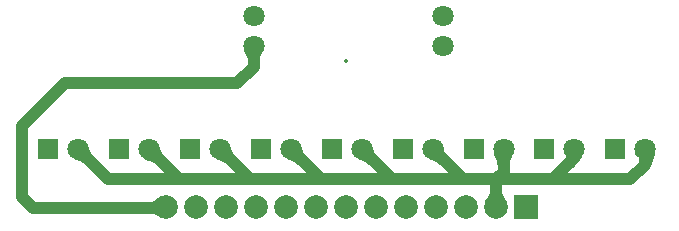
<source format=gtl>
%TF.GenerationSoftware,KiCad,Pcbnew,8.0.1*%
%TF.CreationDate,2024-06-22T15:25:25+02:00*%
%TF.ProjectId,BMW E30 VFL SI Indicator V2,424d5720-4533-4302-9056-464c20534920,rev?*%
%TF.SameCoordinates,Original*%
%TF.FileFunction,Copper,L1,Top*%
%TF.FilePolarity,Positive*%
%FSLAX46Y46*%
G04 Gerber Fmt 4.6, Leading zero omitted, Abs format (unit mm)*
G04 Created by KiCad (PCBNEW 8.0.1) date 2024-06-22 15:25:25*
%MOMM*%
%LPD*%
G01*
G04 APERTURE LIST*
%TA.AperFunction,ComponentPad*%
%ADD10R,1.800000X1.800000*%
%TD*%
%TA.AperFunction,ComponentPad*%
%ADD11C,1.800000*%
%TD*%
%TA.AperFunction,ComponentPad*%
%ADD12R,2.000000X2.000000*%
%TD*%
%TA.AperFunction,ComponentPad*%
%ADD13C,2.000000*%
%TD*%
%TA.AperFunction,Conductor*%
%ADD14C,1.000000*%
%TD*%
%TA.AperFunction,Conductor*%
%ADD15C,1.300000*%
%TD*%
%ADD16C,0.350000*%
G04 APERTURE END LIST*
D10*
%TO.P,D5,1,K*%
%TO.N,Net-(D5-K)*%
X149125000Y-85500000D03*
D11*
%TO.P,D5,2,A*%
%TO.N,Net-(D1-A)*%
X151665000Y-85500000D03*
%TD*%
D10*
%TO.P,D9,1,K*%
%TO.N,Net-(D9-K)*%
X125125000Y-85500000D03*
D11*
%TO.P,D9,2,A*%
%TO.N,Net-(D1-A)*%
X127665000Y-85500000D03*
%TD*%
D10*
%TO.P,D1,1,K*%
%TO.N,Net-(D1-K)*%
X173125000Y-85500000D03*
D11*
%TO.P,D1,2,A*%
%TO.N,Net-(D1-A)*%
X175665000Y-85500000D03*
%TD*%
D10*
%TO.P,D4,1,K*%
%TO.N,Net-(D4-K)*%
X155125000Y-85500000D03*
D11*
%TO.P,D4,2,A*%
%TO.N,Net-(D1-A)*%
X157665000Y-85500000D03*
%TD*%
D10*
%TO.P,D6,1,K*%
%TO.N,Net-(D6-K)*%
X143125000Y-85500000D03*
D11*
%TO.P,D6,2,A*%
%TO.N,Net-(D1-A)*%
X145665000Y-85500000D03*
%TD*%
D10*
%TO.P,D7,1,K*%
%TO.N,Net-(D7-K)*%
X137125000Y-85500000D03*
D11*
%TO.P,D7,2,A*%
%TO.N,Net-(D1-A)*%
X139665000Y-85500000D03*
%TD*%
D10*
%TO.P,D8,1,K*%
%TO.N,Net-(D8-K)*%
X131125000Y-85500000D03*
D11*
%TO.P,D8,2,A*%
%TO.N,Net-(D1-A)*%
X133665000Y-85500000D03*
%TD*%
%TO.P,LA2,1,-*%
%TO.N,Net-(J1-BULB_INSPECTION)*%
X158500000Y-76700000D03*
%TO.P,LA2,2,+*%
%TO.N,Net-(J1-GND_BULB)*%
X158500000Y-74160000D03*
%TD*%
%TO.P,LA1,1,-*%
%TO.N,Net-(J1-GND_BULB)*%
X142500000Y-74160000D03*
%TO.P,LA1,2,+*%
%TO.N,Net-(J1-BULB_OILSERVICE)*%
X142500000Y-76700000D03*
%TD*%
D10*
%TO.P,D3,1,K*%
%TO.N,Net-(D3-K)*%
X161125000Y-85500000D03*
D11*
%TO.P,D3,2,A*%
%TO.N,Net-(D1-A)*%
X163665000Y-85500000D03*
%TD*%
D12*
%TO.P,J1,1,GND_BULB*%
%TO.N,Net-(J1-GND_BULB)*%
X165540000Y-90360000D03*
D13*
%TO.P,J1,2,GND_LED*%
%TO.N,Net-(D1-A)*%
X163000000Y-90360000D03*
%TO.P,J1,3,LED_R3*%
%TO.N,Net-(D1-K)*%
X160460000Y-90360000D03*
%TO.P,J1,4,LED_R2*%
%TO.N,Net-(D2-K)*%
X157920000Y-90360000D03*
%TO.P,J1,5,LED_R1*%
%TO.N,Net-(D3-K)*%
X155380000Y-90360000D03*
%TO.P,J1,6,LED_Y*%
%TO.N,Net-(D4-K)*%
X152840000Y-90360000D03*
%TO.P,J1,7,LED_G5*%
%TO.N,Net-(D5-K)*%
X150300000Y-90360000D03*
%TO.P,J1,8,LED_G4*%
%TO.N,Net-(D6-K)*%
X147760000Y-90360000D03*
%TO.P,J1,9,LED_G3*%
%TO.N,Net-(D7-K)*%
X145220000Y-90360000D03*
%TO.P,J1,10,LED_G2*%
%TO.N,Net-(D8-K)*%
X142680000Y-90360000D03*
%TO.P,J1,11,LED_G1*%
%TO.N,Net-(D9-K)*%
X140140000Y-90360000D03*
%TO.P,J1,12,BULB_INSPECTION*%
%TO.N,Net-(J1-BULB_INSPECTION)*%
X137600000Y-90360000D03*
%TO.P,J1,13,BULB_OILSERVICE*%
%TO.N,Net-(J1-BULB_OILSERVICE)*%
X135060000Y-90360000D03*
%TD*%
D10*
%TO.P,D2,1,K*%
%TO.N,Net-(D2-K)*%
X167125000Y-85500000D03*
D11*
%TO.P,D2,2,A*%
%TO.N,Net-(D1-A)*%
X169665000Y-85500000D03*
%TD*%
D14*
%TO.N,Net-(D1-A)*%
X169665000Y-86234000D02*
X167870000Y-88029000D01*
X169665000Y-85500000D02*
X169665000Y-86234000D01*
X167870000Y-88029000D02*
X163044000Y-88029000D01*
X174408792Y-88029000D02*
X167870000Y-88029000D01*
X163665000Y-87408000D02*
X163044000Y-88029000D01*
X163665000Y-85500000D02*
X163665000Y-87408000D01*
X160194000Y-88029000D02*
X160631000Y-88029000D01*
X157665000Y-85500000D02*
X160194000Y-88029000D01*
X160631000Y-88029000D02*
X163044000Y-88029000D01*
X154789000Y-88029000D02*
X160631000Y-88029000D01*
X151665000Y-85500000D02*
X154194000Y-88029000D01*
X154194000Y-88029000D02*
X154789000Y-88029000D01*
X148820000Y-88029000D02*
X154789000Y-88029000D01*
X145665000Y-85500000D02*
X148194000Y-88029000D01*
X142724000Y-88029000D02*
X148820000Y-88029000D01*
X148194000Y-88029000D02*
X148820000Y-88029000D01*
X142194000Y-88029000D02*
X142724000Y-88029000D01*
X139665000Y-85500000D02*
X142194000Y-88029000D01*
X136628000Y-88029000D02*
X142724000Y-88029000D01*
X136194000Y-88029000D02*
X136628000Y-88029000D01*
X133665000Y-85500000D02*
X136194000Y-88029000D01*
X130194000Y-88029000D02*
X136628000Y-88029000D01*
X127665000Y-85500000D02*
X130194000Y-88029000D01*
X163000000Y-88073000D02*
X163000000Y-90360000D01*
X163044000Y-88029000D02*
X163000000Y-88073000D01*
X175665000Y-86772792D02*
X174408792Y-88029000D01*
X175665000Y-85500000D02*
X175665000Y-86772792D01*
%TO.N,Net-(J1-BULB_OILSERVICE)*%
X142500000Y-78500000D02*
X142500000Y-76700000D01*
X122900000Y-83500000D02*
X126500000Y-79900000D01*
X122900000Y-89500000D02*
X122900000Y-83500000D01*
X123842000Y-90442000D02*
X122900000Y-89500000D01*
X126500000Y-79900000D02*
X141100000Y-79900000D01*
X141100000Y-79900000D02*
X142500000Y-78500000D01*
X134978000Y-90442000D02*
X123842000Y-90442000D01*
X135060000Y-90360000D02*
X134978000Y-90442000D01*
D15*
%TO.N,Net-(D1-A)*%
X127665000Y-85500000D02*
X127665000Y-85515000D01*
X145665000Y-85500000D02*
X145665000Y-85515000D01*
X139665000Y-85500000D02*
X139720000Y-85500000D01*
X151665000Y-85500000D02*
X151665000Y-85515000D01*
X133665000Y-85500000D02*
X133665000Y-85765000D01*
%TD*%
%TA.AperFunction,Conductor*%
%TO.N,Net-(J1-BULB_OILSERVICE)*%
G36*
X143000000Y-78100000D02*
G01*
X143014151Y-77826853D01*
X143055714Y-77636644D01*
X143123351Y-77477450D01*
X143215722Y-77297348D01*
X143331492Y-77044415D01*
X142500000Y-76699000D01*
X141668508Y-77044415D01*
X141784276Y-77297348D01*
X141876648Y-77477450D01*
X141944284Y-77636644D01*
X141985848Y-77826853D01*
X142000000Y-78100000D01*
X143000000Y-78100000D01*
G37*
%TD.AperFunction*%
%TD*%
%TA.AperFunction,Conductor*%
%TO.N,Net-(J1-BULB_OILSERVICE)*%
G36*
X133576311Y-90942000D02*
G01*
X133861040Y-90956378D01*
X134059508Y-90998811D01*
X134225711Y-91068242D01*
X134413649Y-91163617D01*
X134677317Y-91283880D01*
X135061000Y-90360000D01*
X134677317Y-89436120D01*
X134406041Y-89577758D01*
X134222444Y-89714345D01*
X134064385Y-89830700D01*
X133869721Y-89911645D01*
X133576311Y-89942000D01*
X133576311Y-90942000D01*
G37*
%TD.AperFunction*%
%TD*%
%TA.AperFunction,Conductor*%
%TO.N,Net-(D1-A)*%
G36*
X175928603Y-87216295D02*
G01*
X176161969Y-86937883D01*
X176273456Y-86704148D01*
X176325048Y-86472430D01*
X176378732Y-86200071D01*
X176496492Y-85844415D01*
X175665707Y-85499293D01*
X174833508Y-85844415D01*
X174956538Y-86023961D01*
X175112078Y-86153642D01*
X175244902Y-86260027D01*
X175299784Y-86369686D01*
X175221497Y-86509189D01*
X175928603Y-87216295D01*
G37*
%TD.AperFunction*%
%TD*%
%TA.AperFunction,Conductor*%
%TO.N,Net-(D1-A)*%
G36*
X162500000Y-88860000D02*
G01*
X162477867Y-89152649D01*
X162416647Y-89352435D01*
X162324105Y-89517627D01*
X162208007Y-89706498D01*
X162076120Y-89977317D01*
X163000000Y-90361000D01*
X163923880Y-89977317D01*
X163791992Y-89706498D01*
X163675894Y-89517627D01*
X163583352Y-89352435D01*
X163522132Y-89152649D01*
X163500000Y-88860000D01*
X162500000Y-88860000D01*
G37*
%TD.AperFunction*%
%TD*%
%TA.AperFunction,Conductor*%
%TO.N,Net-(D1-A)*%
G36*
X129008502Y-86136396D02*
G01*
X128825364Y-85933245D01*
X128720256Y-85769357D01*
X128655516Y-85608964D01*
X128593481Y-85416296D01*
X128496492Y-85155585D01*
X127664293Y-85499293D01*
X127320585Y-86331492D01*
X127581296Y-86428481D01*
X127773964Y-86490516D01*
X127934357Y-86555256D01*
X128098245Y-86660364D01*
X128301396Y-86843502D01*
X129008502Y-86136396D01*
G37*
%TD.AperFunction*%
%TD*%
%TA.AperFunction,Conductor*%
%TO.N,Net-(D1-A)*%
G36*
X135008502Y-86136396D02*
G01*
X134825364Y-85933245D01*
X134720256Y-85769357D01*
X134655516Y-85608964D01*
X134593481Y-85416296D01*
X134496492Y-85155585D01*
X133664293Y-85499293D01*
X133320585Y-86331492D01*
X133581296Y-86428481D01*
X133773964Y-86490516D01*
X133934357Y-86555256D01*
X134098245Y-86660364D01*
X134301396Y-86843502D01*
X135008502Y-86136396D01*
G37*
%TD.AperFunction*%
%TD*%
%TA.AperFunction,Conductor*%
%TO.N,Net-(D1-A)*%
G36*
X141008502Y-86136396D02*
G01*
X140825364Y-85933245D01*
X140720256Y-85769357D01*
X140655516Y-85608964D01*
X140593481Y-85416296D01*
X140496492Y-85155585D01*
X139664293Y-85499293D01*
X139320585Y-86331492D01*
X139581296Y-86428481D01*
X139773964Y-86490516D01*
X139934357Y-86555256D01*
X140098245Y-86660364D01*
X140301396Y-86843502D01*
X141008502Y-86136396D01*
G37*
%TD.AperFunction*%
%TD*%
%TA.AperFunction,Conductor*%
%TO.N,Net-(D1-A)*%
G36*
X147008502Y-86136396D02*
G01*
X146825364Y-85933245D01*
X146720256Y-85769357D01*
X146655516Y-85608964D01*
X146593481Y-85416296D01*
X146496492Y-85155585D01*
X145664293Y-85499293D01*
X145320585Y-86331492D01*
X145581296Y-86428481D01*
X145773964Y-86490516D01*
X145934357Y-86555256D01*
X146098245Y-86660364D01*
X146301396Y-86843502D01*
X147008502Y-86136396D01*
G37*
%TD.AperFunction*%
%TD*%
%TA.AperFunction,Conductor*%
%TO.N,Net-(D1-A)*%
G36*
X153008502Y-86136396D02*
G01*
X152825364Y-85933245D01*
X152720256Y-85769357D01*
X152655516Y-85608964D01*
X152593481Y-85416296D01*
X152496492Y-85155585D01*
X151664293Y-85499293D01*
X151320585Y-86331492D01*
X151581296Y-86428481D01*
X151773964Y-86490516D01*
X151934357Y-86555256D01*
X152098245Y-86660364D01*
X152301396Y-86843502D01*
X153008502Y-86136396D01*
G37*
%TD.AperFunction*%
%TD*%
%TA.AperFunction,Conductor*%
%TO.N,Net-(D1-A)*%
G36*
X159008502Y-86136396D02*
G01*
X158825364Y-85933245D01*
X158720256Y-85769357D01*
X158655516Y-85608964D01*
X158593481Y-85416296D01*
X158496492Y-85155585D01*
X157664293Y-85499293D01*
X157320585Y-86331492D01*
X157581296Y-86428481D01*
X157773964Y-86490516D01*
X157934357Y-86555256D01*
X158098245Y-86660364D01*
X158301396Y-86843502D01*
X159008502Y-86136396D01*
G37*
%TD.AperFunction*%
%TD*%
%TA.AperFunction,Conductor*%
%TO.N,Net-(D1-A)*%
G36*
X164165000Y-86900000D02*
G01*
X164179151Y-86626853D01*
X164220714Y-86436644D01*
X164288351Y-86277450D01*
X164380722Y-86097348D01*
X164496492Y-85844415D01*
X163665000Y-85499000D01*
X162833508Y-85844415D01*
X162949276Y-86097348D01*
X163041648Y-86277450D01*
X163109284Y-86436644D01*
X163150848Y-86626853D01*
X163165000Y-86900000D01*
X164165000Y-86900000D01*
G37*
%TD.AperFunction*%
%TD*%
%TA.AperFunction,Conductor*%
%TO.N,Net-(D1-A)*%
G36*
X169526541Y-87079565D02*
G01*
X169731415Y-86857185D01*
X169861434Y-86685424D01*
X169966501Y-86530536D01*
X170096520Y-86358775D01*
X170301396Y-86136396D01*
X169665707Y-85499293D01*
X168765000Y-85500000D01*
X168800331Y-85728903D01*
X168873170Y-85906913D01*
X168933787Y-86057717D01*
X168932452Y-86205003D01*
X168819435Y-86372459D01*
X169526541Y-87079565D01*
G37*
%TD.AperFunction*%
%TD*%
D16*
X149125000Y-85500000D03*
X151665000Y-85500000D03*
X125125000Y-85500000D03*
X127665000Y-85500000D03*
X173125000Y-85500000D03*
X175665000Y-85500000D03*
X155125000Y-85500000D03*
X157665000Y-85500000D03*
X143125000Y-85500000D03*
X145665000Y-85500000D03*
X137125000Y-85500000D03*
X139665000Y-85500000D03*
X131125000Y-85500000D03*
X133665000Y-85500000D03*
X158500000Y-76700000D03*
X158500000Y-74160000D03*
X142500000Y-74160000D03*
X142500000Y-76700000D03*
X161125000Y-85500000D03*
X163665000Y-85500000D03*
X150300000Y-78000000D03*
X165540000Y-90360000D03*
X163000000Y-90360000D03*
X160460000Y-90360000D03*
X157920000Y-90360000D03*
X155380000Y-90360000D03*
X152840000Y-90360000D03*
X150300000Y-90360000D03*
X147760000Y-90360000D03*
X145220000Y-90360000D03*
X142680000Y-90360000D03*
X140140000Y-90360000D03*
X137600000Y-90360000D03*
X135060000Y-90360000D03*
X167125000Y-85500000D03*
X169665000Y-85500000D03*
M02*

</source>
